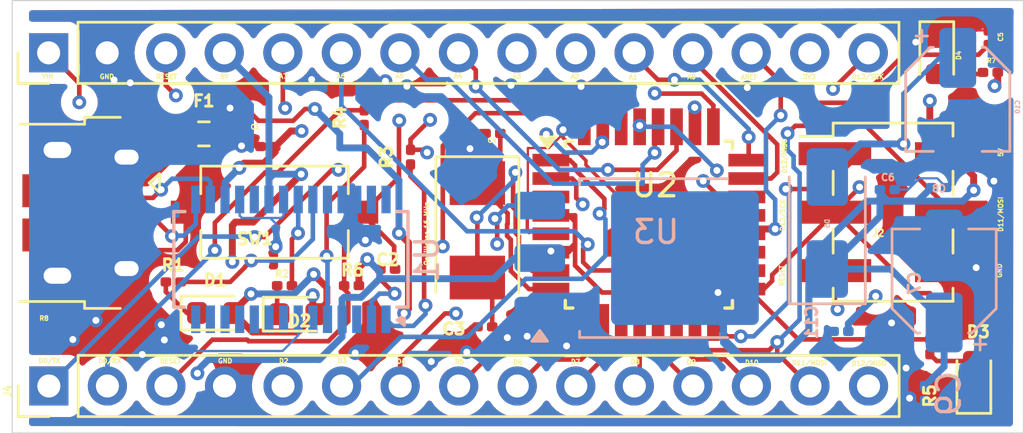
<source format=kicad_pcb>
(kicad_pcb (version 20240108) (generator "pcbnew") (generator_version "8.0")
  (layers (0 "F.Cu" signal) (1 "In1.Cu" signal) (2 "In2.Cu" signal) (31 "B.Cu" signal) (34 "B.Paste" user) (35 "F.Paste" user) (36 "B.SilkS" user "B.Silkscreen") (37 "F.SilkS" user "F.Silkscreen") (38 "B.Mask" user) (39 "F.Mask" user) (44 "Edge.Cuts" user))
  (net 0 "")
  (net 1 "3V3")
  (net 2 "GND")
  (net 3 "RESET")
  (net 4 "Net-(U1-DTR)")
  (net 5 "Net-(U2-XTAL1{slash}PB6)")
  (net 6 "Net-(U2-XTAL2{slash}PB7)")
  (net 7 "/AREF")
  (net 8 "5V")
  (net 9 "VUSB")
  (net 10 "Net-(D1-K)")
  (net 11 "Net-(D2-K)")
  (net 12 "Net-(D3-A)")
  (net 13 "Net-(D4-A)")
  (net 14 "Net-(J1-VBUS)")
  (net 15 "Net-(J1-D+)")
  (net 17 "Net-(J1-D-)")
  (net 18 "/D11{slash}MOSI")
  (net 19 "/D12{slash}MISO")
  (net 20 "/D13{slash}SCK")
  (net 21 "/A6")
  (net 22 "/A4")
  (net 23 "/A2")
  (net 24 "/A7")
  (net 25 "/A5")
  (net 26 "/A3")
  (net 27 "/A1")
  (net 28 "/A0")
  (net 29 "VIN")
  (net 30 "/D0{slash}RX")
  (net 31 "/D5")
  (net 32 "/D1{slash}TX")
  (net 33 "/D8")
  (net 34 "/D2")
  (net 35 "/D10")
  (net 36 "/D7")
  (net 37 "/D9")
  (net 38 "/D4")
  (net 39 "/D3")
  (net 40 "/D6")
  (net 41 "/RX LED ")
  (net 42 "/TX LED ")
  (net 46 "RX")
  (net 50 "TX")
  (footprint "Connector_USB:USB_Micro-B_Amphenol_10103594-0001LF_Horizontal" (layer "F.Cu") (at 188.695 78.165 -90)
    (property "Reference" "J1" (hide yes))
    (property "Value" "USB_B_Micro" (hide yes))
  )
  (footprint "LED_SMD:LED_0603_1608Metric" (layer "F.Cu") (at 197.9925 82.54)
    (property "Reference" "D2")
    (property "Value" "LED" (hide yes))
  )
  (footprint "Resistor_SMD:R_0201_0603Metric" (layer "F.Cu") (at 225.43 83.955 90)
    (property "Reference" "R5")
    (property "Value" "1k" (hide yes))
  )
  (footprint "Resistor_SMD:R_0201_0603Metric" (layer "F.Cu") (at 197.435 81.3)
    (property "Reference" "R2")
    (property "Value" "1k" (hide yes))
  )
  (footprint "Resistor_SMD:R_0201_0603Metric" (layer "F.Cu") (at 202.9 75.72 90)
    (property "Reference" "R3")
    (property "Value" "1k" (hide yes))
  )
  (footprint "Connector_PinHeader_2.54mm:PinHeader_1x15_P2.54mm_Vertical" (layer "F.Cu") (at 187.2 71.19 90)
    (property "Reference" "J3" (hide yes))
    (property "Value" "Conn_01x15_Pin" (hide yes))
  )
  (footprint "Resistor_SMD:R_0603_1608Metric" (layer "F.Cu") (at 193.935 74.71)
    (property "Reference" "F1")
    (property "Value" "Fuse" (hide yes))
  )
  (footprint "Capacitor_SMD:C_0201_0603Metric" (layer "F.Cu") (at 196.71 75.26)
    (property "Reference" "C1")
    (property "Value" "100nf" (hide yes))
  )
  (footprint "Crystal:Crystal_SMD_Abracon_ABM3-2Pin_5.0x3.2mm" (layer "F.Cu") (at 205.8 78.9 -90)
    (property "Reference" "Oscillator 16 MHz")
    (property "Value" "Crystal" (hide yes))
  )
  (footprint "Resistor_SMD:R_0201_0603Metric" (layer "F.Cu") (at 186.975 83.25)
    (property "Reference" "R8")
    (property "Value" "1k" (hide yes))
  )
  (footprint "LED_SMD:LED_0603_1608Metric" (layer "F.Cu") (at 194.43 82.49)
    (property "Reference" "D1")
    (property "Value" "LED" (hide yes))
  )
  (footprint "Connector_PinHeader_2.54mm:PinHeader_1x15_P2.54mm_Vertical" (layer "F.Cu") (at 187.21 85.66 90)
    (property "Reference" "J4")
    (property "Value" "Conn_01x15_Pin" (hide yes))
  )
  (footprint "Package_QFP:TQFP-32_7x7mm_P0.8mm" (layer "F.Cu") (at 213.24 78.65)
    (property "Reference" "U2")
    (property "Value" "ATmega328P-A" (hide yes))
  )
  (footprint "Capacitor_SMD:C_0201_0603Metric" (layer "F.Cu") (at 206.475 74.69 180)
    (property "Reference" "C4")
    (property "Value" "22pf" (hide yes))
  )
  (footprint "Capacitor_SMD:C_0201_0603Metric" (layer "F.Cu") (at 206.125 83.09 180)
    (property "Reference" "C3")
    (property "Value" "22pf" (hide yes))
  )
  (footprint "Resistor_SMD:R_0201_0603Metric" (layer "F.Cu") (at 192.605 81.14)
    (property "Reference" "R1")
    (property "Value" "1k" (hide yes))
  )
  (footprint "LED_SMD:LED_0603_1608Metric" (layer "F.Cu") (at 227.34 85.3625 90)
    (property "Reference" "D3")
    (property "Value" "LED" (hide yes))
  )
  (footprint "Resistor_SMD:R_0201_0603Metric" (layer "F.Cu") (at 200.89 74.005 90)
    (property "Reference" "R4")
    (property "Value" "1k" (hide yes))
  )
  (footprint "Capacitor_SMD:C_0201_0603Metric" (layer "F.Cu") (at 227.96 70.535 -90)
    (property "Reference" "C5")
    (property "Value" "100nf" (hide yes))
  )
  (footprint "Resistor_SMD:R_0201_0603Metric" (layer "F.Cu") (at 200.34 81.3 180)
    (property "Reference" "R6")
    (property "Value" "10k" (hide yes))
  )
  (footprint "Resistor_SMD:R_0201_0603Metric" (layer "F.Cu") (at 228.055 72.04)
    (property "Reference" "R7")
    (property "Value" "1k" (hide yes))
  )
  (footprint "Button_Switch_SMD:SW_Tactile_SPST_NO_Straight_CK_PTS636Sx25SMTRLFS" (layer "F.Cu") (at 197 78.11)
    (property "Reference" "SW1")
    (property "Value" "SW_Push" (hide yes))
  )
  (footprint "Capacitor_SMD:C_0201_0603Metric" (layer "F.Cu") (at 201.91 80.59)
    (property "Reference" "C2")
    (property "Value" "100nf" (hide yes))
  )
  (footprint "LED_SMD:LED_0603_1608Metric" (layer "F.Cu") (at 225.73 71.3225 -90)
    (property "Reference" "D4")
    (property "Value" "LED" (hide yes))
  )
  (footprint "Connector_PinHeader_2.54mm:PinHeader_2x03_P2.54mm_Vertical_SMD" (layer "F.Cu") (at 223.835 78.11)
    (property "Reference" "J2")
    (property "Value" "AVR-ISP-6" (hide yes))
  )
  (footprint "Package_TO_SOT_SMD:TO-252-3_TabPin2" (layer "B.Cu") (at 213.545 80.105)
    (property "Reference" "U3")
    (property "Value" "LM1117DT-5.0" (hide yes))
  )
  (footprint "Capacitor_SMD:C_0201_0603Metric" (layer "B.Cu") (at 225.2 85.985 90)
    (property "Reference" "C9")
    (property "Value" "1uf" (hide yes))
  )
  (footprint "Capacitor_SMD:CP_Elec_4x5.8" (layer "B.Cu") (at 226.64 73.21 -90)
    (property "Reference" "C10")
    (property "Value" "4.7uf" (hide yes))
  )
  (footprint "Capacitor_SMD:C_0201_0603Metric" (layer "B.Cu") (at 225.815 77.04 180)
    (property "Reference" "C8")
    (property "Value" "1uf" (hide yes))
  )
  (footprint "Package_SO:SSOP-28_3.9x9.9mm_P0.635mm" (layer "B.Cu") (at 197.71 80.16 90)
    (property "Reference" "U1")
    (property "Value" "FT232RL" (hide yes))
  )
  (footprint "Capacitor_SMD:C_0201_0603Metric" (layer "B.Cu") (at 223.585 77.13 180)
    (property "Reference" "C6")
    (property "Value" "1uf" (hide yes))
  )
  (footprint "Capacitor_SMD:CP_Elec_4x5.8" (layer "B.Cu") (at 226.05 81.1 90)
    (property "Reference" "C7")
    (property "Value" "4.7uf" (hide yes))
  )
  (footprint "Diode_SMD:D_SMA" (layer "B.Cu") (at 220.98 78.58 90)
    (property "Reference" "D5")
    (property "Value" "SS13" (hide yes))
  )
  (footprint "Capacitor_SMD:C_0201_0603Metric" (layer "B.Cu") (at 221.575 83.29 180)
    (property "Reference" "C11")
    (property "Value" "100nf" (hide yes))
  )
  (gr_line (start 185.95 87.69) (end 229.03 87.69) (stroke (width 0.05)) (layer "Edge.Cuts"))
  (gr_line (start 185.93 68.92) (end 185.62 68.92) (stroke (width 0.05)) (layer "Edge.Cuts"))
  (gr_line (start 185.93 68.92) (end 228.44 68.92) (stroke (width 0.05)) (layer "Edge.Cuts"))
  (gr_line (start 229.49 68.92) (end 229.49 69.57) (stroke (width 0.05)) (layer "Edge.Cuts"))
  (gr_line (start 229.03 87.69) (end 229.49 87.69) (stroke (width 0.05)) (layer "Edge.Cuts"))
  (gr_line (start 185.62 87.58) (end 185.62 87.69) (stroke (width 0.05)) (layer "Edge.Cuts"))
  (gr_line (start 185.95 87.69) (end 185.62 87.69) (stroke (width 0.05)) (layer "Edge.Cuts"))
  (gr_line (start 185.62 73.43) (end 185.62 68.92) (stroke (width 0.05)) (layer "Edge.Cuts"))
  (gr_line (start 185.62 73.43) (end 185.62 87.58) (stroke (width 0.05)) (layer "Edge.Cuts"))
  (gr_line (start 229.49 69.57) (end 229.49 87.35) (stroke (width 0.05)) (layer "Edge.Cuts"))
  (gr_line (start 228.44 68.92) (end 229.49 68.92) (stroke (width 0.05)) (layer "Edge.Cuts"))
  (gr_line (start 229.49 87.69) (end 229.49 87.35) (stroke (width 0.05)) (layer "Edge.Cuts"))
  (gr_text "D7\n" (at 209.83 84.73 0) (layer "F.SilkS") (effects (font (size 0.2 0.2) (thickness 0.05) (bold yes)) (justify left bottom)))
  (gr_text "GND" (at 189.39 72.34 0) (layer "F.SilkS") (effects (font (size 0.2 0.2) (thickness 0.05) (bold yes)) (justify left bottom)))
  (gr_text "D8\n" (at 212.42 84.73 0) (layer "F.SilkS") (effects (font (size 0.2 0.2) (thickness 0.05) (bold yes)) (justify left bottom)))
  (gr_text "D13/SCK" (at 219.16 78.96 90) (layer "F.SilkS") (effects (font (size 0.2 0.2) (thickness 0.05) (bold yes)) (justify left bottom)))
  (gr_text "D12/MISO" (at 222.01 84.79 0) (layer "F.SilkS") (effects (font (size 0.2 0.2) (thickness 0.05) (bold yes)) (justify left bottom)))
  (gr_text "D0/RX" (at 189.32 84.69 0) (layer "F.SilkS") (effects (font (size 0.2 0.2) (thickness 0.05) (bold yes)) (justify left bottom)))
  (gr_text "D12/MISO" (at 219.24 76.46 90) (layer "F.SilkS") (effects (font (size 0.2 0.2) (thickness 0.05) (bold yes)) (justify left bottom)))
  (gr_text "D4" (at 202.27 84.71 0) (layer "F.SilkS") (effects (font (size 0.2 0.2) (thickness 0.05) (bold yes)) (justify left bottom)))
  (gr_text "D0/TX" (at 186.73 84.68 0) (layer "F.SilkS") (effects (font (size 0.2 0.2) (thickness 0.05) (bold yes)) (justify left bottom)))
  (gr_text "RESET" (at 192 84.7 0) (layer "F.SilkS") (effects (font (size 0.2 0.2) (thickness 0.05) (bold yes)) (justify left bottom)))
  (gr_text "GND" (at 194.52 84.69 0) (layer "F.SilkS") (effects (font (size 0.2 0.2) (thickness 0.05) (bold yes)) (justify left bottom)))
  (gr_text "D11/MOSI" (at 228.62 78.99 90) (layer "F.SilkS") (effects (font (size 0.2 0.2) (thickness 0.05) (bold yes)) (justify left bottom)))
  (gr_text "A7\n\n" (at 197.17 72.65 0) (layer "F.SilkS") (effects (font (size 0.2 0.2) (thickness 0.05) (bold yes)) (justify left bottom)))
  (gr_text "D3" (at 199.71 84.68 0) (layer "F.SilkS") (effects (font (size 0.2 0.2) (thickness 0.05) (bold yes)) (justify left bottom)))
  (gr_text "A0\n" (at 214.88 72.35 0) (layer "F.SilkS") (effects (font (size 0.2 0.2) (thickness 0.05) (bold yes)) (justify left bottom)))
  (gr_text "VIN" (at 186.89 72.32 0) (layer "F.SilkS") (effects (font (size 0.2 0.2) (thickness 0.05) (bold yes)) (justify left bottom)))
  (gr_text "D5" (at 204.8 84.72 0) (layer "F.SilkS") (effects (font (size 0.2 0.2) (thickness 0.05) (bold yes)) (justify left bottom)))
  (gr_text "RESET" (at 219.13 81.35 90) (layer "F.SilkS") (effects (font (size 0.2 0.2) (thickness 0.05) (bold yes)) (justify left bottom)))
  (gr_text "5V\n" (at 228.62 75.73 90) (layer "F.SilkS") (effects (font (size 0.2 0.2) (thickness 0.05) (bold yes)) (justify left bottom)))
  (gr_text "A5\n\n" (at 202.22 72.63 0) (layer "F.SilkS") (effects (font (size 0.2 0.2) (thickness 0.05) (bold yes)) (justify left bottom)))
  (gr_text "A6\n" (at 199.67 72.32 0) (layer "F.SilkS") (effects (font (size 0.2 0.2) (thickness 0.05) (bold yes)) (justify left bottom)))
  (gr_text "A4\n" (at 204.75 72.32 0) (layer "F.SilkS") (effects (font (size 0.2 0.2) (thickness 0.05) (bold yes)) (justify left bottom)))
  (gr_text "A2\n" (at 209.82 72.33 0) (layer "F.SilkS") (effects (font (size 0.2 0.2) (thickness 0.05) (bold yes)) (justify left bottom)))
  (gr_text "D13/SCK" (at 222.02 72.34 0) (layer "F.SilkS") (effects (font (size 0.2 0.2) (thickness 0.05) (bold yes)) (justify left bottom)))
  (gr_text "5V\n" (at 194.61 72.35 0) (layer "F.SilkS") (effects (font (size 0.2 0.2) (thickness 0.05) (bold yes)) (justify left bottom)))
  (gr_text "3V3 \n" (at 219.89 72.35 0) (layer "F.SilkS") (effects (font (size 0.2 0.2) (thickness 0.05) (bold yes)) (justify left bottom)))
  (gr_text "A1\n" (at 212.34 72.36 0) (layer "F.SilkS") (effects (font (size 0.2 0.2) (thickness 0.05) (bold yes)) (justify left bottom)))
  (gr_text "D11/MOSI" (at 219.42 84.77 0) (layer "F.SilkS") (effects (font (size 0.2 0.2) (thickness 0.05) (bold yes)) (justify left bottom)))
  (gr_text "D6\n" (at 207.33 84.74 0) (layer "F.SilkS") (effects (font (size 0.2 0.2) (thickness 0.05) (bold yes)) (justify left bottom)))
  (gr_text "A3\n" (at 207.3 72.32 0) (layer "F.SilkS") (effects (font (size 0.2 0.2) (thickness 0.05) (bold yes)) (justify left bottom)))
  (gr_text "GND" (at 228.57 80.99 90) (layer "F.SilkS") (effects (font (size 0.2 0.2) (thickness 0.05) (bold yes)) (justify left bottom)))
  (gr_text "D10\n" (at 217.38 84.76 0) (layer "F.SilkS") (effects (font (size 0.2 0.2) (thickness 0.05) (bold yes)) (justify left bottom)))
  (gr_text "D2" (at 197.17 84.69 0) (layer "F.SilkS") (effects (font (size 0.2 0.2) (thickness 0.05) (bold yes)) (justify left bottom)))
  (gr_text "AREF\n" (at 217.2 72.37 0) (layer "F.SilkS") (effects (font (size 0.2 0.2) (thickness 0.05) (bold yes)) (justify left bottom)))
  (gr_text "D9\n" (at 214.85 84.74 0) (layer "F.SilkS") (effects (font (size 0.2 0.2) (thickness 0.05) (bold yes)) (justify left bottom)))
  (gr_text "RESET" (at 191.83 72.34 0) (layer "F.SilkS") (effects (font (size 0.2 0.2) (thickness 0.05) (bold yes)) (justify left bottom)))
  (segment (start 195.474644 76.185355) (end 195.679999 75.98) (width 0.3) (layer "F.Cu") (net 1))
  (segment (start 196.539168 75.98) (end 197.03 75.489168) (width 0.3) (layer "F.Cu") (net 1))
  (segment (start 195.679999 75.98) (end 196.539168 75.98) (width 0.3) (layer "F.Cu") (net 1))
  (segment (start 198.175355 74.585356) (end 197.704644 74.585356) (width 0.3) (layer "F.Cu") (net 1))
  (segment (start 197.03 75.489168) (end 197.03 75.26) (width 0.3) (layer "F.Cu") (net 1))
  (segment (start 197.704644 74.585356) (end 197.03 75.26) (width 0.3) (layer "F.Cu") (net 1))
  (via (at 195.474644 76.185355) (size 0.6) (drill 0.3) (layers "F.Cu" "B.Cu") (net 1))
  (via (at 198.175355 74.585356) (size 0.6) (drill 0.3) (layers "F.Cu" "B.Cu") (net 1))
  (segment (start 194.8525 76.807499) (end 194.8525 77.56) (width 0.3) (layer "B.Cu") (net 1))
  (segment (start 195.474644 76.185355) (end 194.8525 76.807499) (width 0.3) (layer "B.Cu") (net 1))
  (segment (start 208.04 79) (end 207.965 78.925) (width 0.15) (layer "F.Cu") (net 2))
  (segment (start 187.31 75.68) (end 187.58 75.41) (width 0.3) (layer "F.Cu") (net 2))
  (segment (start 208.99 79.05) (end 208.94 79) (width 0.1) (layer "F.Cu") (net 2))
  (segment (start 193.15 79.398529) (end 192.788529 79.76) (width 0.2) (layer "F.Cu") (net 2))
  (segment (start 226.05 70.215) (end 225.73 70.535) (width 0.1) (layer "F.Cu") (net 2))
  (segment (start 206.14 74.69) (end 206.155 74.69) (width 0.1) (layer "F.Cu") (net 2))
  (segment (start 187.58 80.87) (end 187.58 79.37) (width 0.3) (layer "F.Cu") (net 2))
  (segment (start 190.27 75.41) (end 190.58 75.72) (width 0.3) (layer "F.Cu") (net 2))
  (segment (start 227.96 70.215) (end 226.05 70.215) (width 0.1) (layer "F.Cu") (net 2))
  (segment (start 211.242537 76.795) (end 211.285 76.795) (width 0.15) (layer "F.Cu") (net 2))
  (segment (start 195.568544 75.23364) (end 195.594904 75.26) (width 0.1) (layer "F.Cu") (net 2))
  (segment (start 187.31 79.1) (end 187.31 77.18) (width 0.3) (layer "F.Cu") (net 2))
  (segment (start 193.125 78.11) (end 193.15 78.135) (width 0.2) (layer "F.Cu") (net 2))
  (segment (start 208.94 77.4) (end 208.99 77.45) (width 0.15) (layer "F.Cu") (net 2))
  (segment (start 216.465 78.5) (end 217.24 78.5) (width 0.15) (layer "F.Cu") (net 2))
  (segment (start 209.517499 74.531003) (end 209.517499 74.877499) (width 0.15) (layer "F.Cu") (net 2))
  (segment (start 210.51 76.062463) (end 211.242537 76.795) (width 0.15) (layer "F.Cu") (net 2))
  (segment (start 207.965 77.605) (end 208.12 77.45) (width 0.15) (layer "F.Cu") (net 2))
  (segment (start 208.15 77.4) (end 208.94 77.4) (width 0.15) (layer "F.Cu") (net 2))
  (segment (start 207.99 75.325) (end 208.902107 75.325) (width 0.1) (layer "F.Cu") (net 2))
  (segment (start 225.5425 70.7225) (end 225.73 70.535) (width 0.2) (layer "F.Cu") (net 2))
  (segment (start 208.04 79) (end 207.99 78.95) (width 0.1) (layer "F.Cu") (net 2))
  (segment (start 210.51 75.87) (end 210.51 76.062463) (width 0.15) (layer "F.Cu") (net 2))
  (segment (start 208.12 77.45) (end 208.99 77.45) (width 0.15) (layer "F.Cu") (net 2))
  (segment (start 188.51 75.41) (end 190.27 75.41) (width 0.3) (layer "F.Cu") (net 2))
  (segment (start 192.788529 79.76) (end 190.78 79.76) (width 0.2) (layer "F.Cu") (net 2))
  (segment (start 213.54 79.05) (end 215.915 79.05) (width 0.15) (layer "F.Cu") (net 2))
  (segment (start 193.15 78.135) (end 193.15 79.398529) (width 0.2) (layer "F.Cu") (net 2))
  (segment (start 208.902107 75.325) (end 209.517499 74.709608) (width 0.1) (layer "F.Cu") (net 2))
  (segment (start 205.48 75.35) (end 206.14 74.69) (width 0.1) (layer "F.Cu") (net 2))
  (segment (start 217.24 78.5) (end 217.49 78.25) (width 0.15) (layer "F.Cu") (net 2))
  (segment (start 209.517499 74.877499) (end 210.51 75.87) (width 0.15) (layer "F.Cu") (net 2))
  (segment (start 187.31 77.18) (end 187.31 75.68) (width 0.3) (layer "F.Cu") (net 2))
  (segment (start 215.915 79.05) (end 216.465 78.5) (width 0.15) (layer "F.Cu") (net 2))
  (segment (start 211.285 76.795) (end 213.54 79.05) (width 0.15) (layer "F.Cu") (net 2))
  (segment (start 209.517499 74.709608) (end 209.517499 74.531003) (width 0.1) (layer "F.Cu") (net 2))
  (segment (start 190.46 79.44) (end 190.46 80.44) (width 0.2) (layer "F.Cu") (net 2))
  (segment (start 224.82 70.7225) (end 225.5425 70.7225) (width 0.2) (layer "F.Cu") (net 2))
  (segment (start 195.594904 75.26) (end 196.39 75.26) (width 0.1) (layer "F.Cu") (net 2))
  (segment (start 207.99 78.95) (end 207.99 75.325) (width 0.1) (layer "F.Cu") (net 2))
  (segment (start 190.78 79.76) (end 190.46 79.44) (width 0.2) (layer "F.Cu") (net 2))
  (segment (start 208.94 79) (end 208.04 79) (width 0.1) (layer "F.Cu") (net 2))
  (segment (start 187.89 80.56) (end 187.58 80.87) (width 0.3) (layer "F.Cu") (net 2))
  (segment (start 190.46 80.44) (end 190.58 80.56) (width 0.2) (layer "F.Cu") (net 2))
  (segment (start 190.58 80.56) (end 187.89 80.56) (width 0.3) (layer "F.Cu") (net 2))
  (segment (start 187.58 79.37) (end 187.31 79.1) (width 0.3) (layer "F.Cu") (net 2))
  (segment (start 207.965 78.925) (end 207.965 77.605) (width 0.15) (layer "F.Cu") (net 2))
  (via (at 200.94 79.33) (size 0.6) (drill 0.3) (layers "F.Cu" "B.Cu") (net 2))
  (via (at 227.44 80.52) (size 0.6) (drill 0.3) (layers "F.Cu" "B.Cu") (net 2))
  (via (at 192.09 83) (size 0.6) (drill 0.3) (layers "F.Cu" "B.Cu") (net 2))
  (via (at 195.568544 75.23364) (size 0.6) (drill 0.3) (layers "F.Cu" "B.Cu") (net 2))
  (via (at 209.67 83.92) (size 0.6) (drill 0.3) (layers "F.Cu" "B.Cu") (net 2))
  (via (at 223.77 82.92) (size 0.6) (drill 0.3) (layers "F.Cu" "B.Cu") (net 2))
  (via (at 228.21 76.76) (size 0.6) (drill 0.3) (layers "F.Cu" "B.Cu") (net 2))
  (via (at 224.4 84.88) (size 0.6) (drill 0.3) (layers "F.Cu" "B.Cu") (net 2))
  (via (at 201.81 72.42) (size 0.6) (drill 0.3) (layers "F.Cu" "B.Cu") (net 2))
  (via (at 190.74 72.49) (size 0.6) (drill 0.3) (layers "F.Cu" "B.Cu") (net 2))
  (via (at 189.25 82.81) (size 0.6) (drill 0.3) (layers "F.Cu" "B.Cu") (net 2))
  (via (at 207.26 72.6) (size 0.6) (drill 0.3) (layers "F.Cu" "B.Cu") (net 2))
  (via (at 192.22 83.66) (size 0.6) (drill 0.3) (layers "F.Cu" "B.Cu") (net 2))
  (via (at 202.74 72.64) (size 0.6) (drill 0.3) (layers "F.Cu" "B.Cu") (net 2))
  (via (at 191.26 84.29) (size 0.6) (drill 0.3) (layers "F.Cu" "B.Cu") (net 2))
  (via (at 224.55 86.19) (size 0.6) (drill 0.3) (layers "F.Cu" "B.Cu") (net 2))
  (via (at 210.3 72.65) (size 0.6) (drill 0.3) (layers "F.Cu" "B.Cu") (net 2))
  (via (at 190.04 72.37) (size 0.6) (drill 0.3) (layers "F.Cu" "B.Cu") (net 2))
  (via (at 197.05 79.61) (size 0.6) (drill 0.3) (layers "F.Cu" "B.Cu") (net 2))
  (via (at 207.1 83.56) (size 0.6) (drill 0.3) (layers "F.Cu" "B.Cu") (net 2))
  (via (at 224.82 70.7225) (size 0.6) (drill 0.3) (layers "F.Cu" "B.Cu") (net 2))
  (via (at 195.07 73.59) (size 0.6) (drill 0.3) (layers "F.Cu" "B.Cu") (net 2))
  (via (at 188.25 83.64) (size 0.6) (drill 0.3) (layers "F.Cu" "B.Cu") (net 2))
  (via (at 200.498756 84.228843) (size 0.6) (drill 0.3) (layers "F.Cu" "B.Cu") (net 2))
  (via (at 207.96 83.5) (size 0.6) (drill 0.3) (layers "F.Cu" "B.Cu") (net 2))
  (via (at 205.34 84.19) (size 0.6) (drill 0.3) (layers "F.Cu" "B.Cu") (net 2))
  (via (at 209.517499 74.531003) (size 0.6) (drill 0.3) (layers "F.Cu" "B.Cu") (net 2))
  (via (at 217.51 72.7) (size 0.6) (drill 0.3) (layers "F.Cu" "B.Cu") (net 2))
  (via (at 198.61 72.35) (size 0.6) (drill 0.3) (layers "F.Cu" "B.Cu") (net 2))
  (via (at 205.48 75.35) (size 0.6) (drill 0.3) (layers "F.Cu" "B.Cu") (net 2))
  (via (at 203.8 84.6) (size 0.6) (drill 0.3) (layers "F.Cu" "B.Cu") (net 2))
  (segment (start 198.0275 82.76) (end 198.0275 83.46) (width 0.1) (layer "B.Cu") (net 2))
  (segment (start 197.05 79.61) (end 197.05 78.6) (width 0.1) (layer "B.Cu") (net 2))
  (segment (start 197.05 78.6) (end 196.81 78.36) (width 0.1) (layer "B.Cu") (net 2))
  (segment (start 195.568544 75.23364) (end 195.07 74.735096) (width 0.1) (layer "B.Cu") (net 2))
  (segment (start 196.81 78.36) (end 195.5875 78.36) (width 0.1) (layer "B.Cu") (net 2))
  (segment (start 227.27 80.52) (end 226.05 79.3) (width 0.2) (layer "B.Cu") (net 2))
  (segment (start 198.0275 83.46) (end 197.3475 84.14) (width 0.1) (layer "B.Cu") (net 2))
  (segment (start 228.21 76.58) (end 226.64 75.01) (width 0.2) (layer "B.Cu") (net 2))
  (segment (start 197.3925 78.26) (end 197.2925 78.36) (width 0.1) (layer "B.Cu") (net 2))
  (segment (start 225.752036 76.64) (end 224.98 76.64) (width 0.1) (layer "B.Cu") (net 2))
  (segment (start 197.3925 77.56) (end 197.3925 78.26) (width 0.1) (layer "B.Cu") (net 2))
  (segment (start 192.7 84.14) (end 192.22 83.66) (width 0.1) (layer "B.Cu") (net 2))
  (segment (start 197.2925 78.36) (end 196.81 78.36) (width 0.1) (layer "B.Cu") (net 2))
  (segment (start 228.21 76.76) (end 228.21 76.58) (width 0.2) (layer "B.Cu") (net 2))
  (segment (start 226.135 77.04) (end 226.135 77.022964) (width 0.1) (layer "B.Cu") (net 2))
  (segment (start 200.5675 78.9575) (end 200.5675 77.56) (width 0.1) (layer "B.Cu") (net 2))
  (segment (start 200.94 79.33) (end 200.5675 78.9575) (width 0.1) (layer "B.Cu") (net 2))
  (segment (start 227.44 80.52) (end 227.27 80.52) (width 0.2) (layer "B.Cu") (net 2))
  (segment (start 195.5875 78.36) (end 195.4875 78.26) (width 0.1) (layer "B.Cu") (net 2))
  (segment (start 226.135 77.022964) (end 225.752036 76.64) (width 0.1) (layer "B.Cu") (net 2))
  (segment (start 197.3475 84.14) (end 192.7 84.14) (width 0.1) (layer "B.Cu") (net 2))
  (segment (start 195.07 74.735096) (end 195.07 73.59) (width 0.1) (layer "B.Cu") (net 2))
  (segment (start 195.4875 78.26) (end 195.4875 77.56) (width 0.1) (layer "B.Cu") (net 2))
  (segment (start 224.98 76.64) (end 224.49 77.13) (width 0.1) (layer "B.Cu") (net 2))
  (segment (start 200.5675 77.56) (end 199.9325 77.56) (width 0.1) (layer "B.Cu") (net 2))
  (segment (start 224.49 77.13) (end 223.905 77.13) (width 0.1) (layer "B.Cu") (net 2))
  (segment (start 221.31 82.216761) (end 221.423239 82.33) (width 0.2) (layer "F.Cu") (net 3))
  (segment (start 194.3 83.65) (end 195.811814 83.65) (width 0.2) (layer "F.Cu") (net 3))
  (segment (start 192.29 85.66) (end 194.3 83.65) (width 0.2) (layer "F.Cu") (net 3))
  (segment (start 202.4 74.14) (end 202.4 76.585) (width 0.2) (layer "F.Cu") (net 3))
  (segment (start 221.31 80.65) (end 221.31 82.216761) (width 0.2) (layer "F.Cu") (net 3))
  (segment (start 200.875 78.275) (end 202.19 79.59) (width 0.2) (layer "F.Cu") (net 3))
  (segment (start 202.19 79.59) (end 202.19 80.55) (width 0.2) (layer "F.Cu") (net 3))
  (segment (start 200.2 82.85) (end 200.2 81.638456) (width 0.2) (layer "F.Cu") (net 3))
  (segment (start 192.72 73.04) (end 192.28 72.6) (width 0.2) (layer "F.Cu") (net 3))
  (segment (start 200.2 81.638456) (end 200.02 81.458456) (width 0.2) (layer "F.Cu") (net 3))
  (segment (start 202.41 74.13) (end 202.4 74.14) (width 0.2) (layer "F.Cu") (net 3))
  (segment (start 200.875 78.11) (end 200.875 78.275) (width 0.2) (layer "F.Cu") (net 3))
  (segment (start 195.876814 83.715) (end 199.335 83.715) (width 0.2) (layer "F.Cu") (net 3))
  (segment (start 200.02 81.458456) (end 200.02 81.3) (width 0.2) (layer "F.Cu") (net 3))
  (segment (start 192.28 72.6) (end 192.28 71.19) (width 0.2) (layer "F.Cu") (net 3))
  (segment (start 200.02 78.965) (end 200.02 81.3) (width 0.2) (layer "F.Cu") (net 3))
  (segment (start 195.811814 83.65) (end 195.876814 83.715) (width 0.2) (layer "F.Cu") (net 3))
  (segment (start 200.875 78.11) (end 200.02 78.965) (width 0.2) (layer "F.Cu") (net 3))
  (segment (start 202.4 76.585) (end 200.875 78.11) (width 0.2) (layer "F.Cu") (net 3))
  (segment (start 199.335 83.715) (end 200.2 82.85) (width 0.2) (layer "F.Cu") (net 3))
  (segment (start 202.19 80.55) (end 202.23 80.59) (width 0.2) (layer "F.Cu") (net 3))
  (via (at 192.72 73.04) (size 0.6) (drill 0.3) (layers "F.Cu" "B.Cu") (net 3))
  (via (at 221.423239 82.33) (size 0.6) (drill 0.3) (layers "F.Cu" "B.Cu") (net 3))
  (via (at 212.84 74.35) (size 0.6) (drill 0.3) (layers "F.Cu" "B.Cu") (net 3))
  (via (at 202.41 74.13) (size 0.6) (drill 0.3) (layers "F.Cu" "B.Cu") (net 3))
  (via (at 216.190735 76.297866) (size 0.6) (drill 0.3) (layers "F.Cu" "B.Cu") (net 3))
  (segment (start 216.190735 76.297866) (end 214.292869 74.4) (width 0.2) (layer "B.Cu") (net 3))
  (segment (start 214.292869 74.4) (end 212.84 74.4) (width 0.2) (layer "B.Cu") (net 3))
  (segment (start 201.59 81.03) (end 202.21 81.65) (width 0.2) (layer "F.Cu") (net 4))
  (segment (start 201.59 80.59) (end 201.59 81.03) (width 0.2) (layer "F.Cu") (net 4))
  (via (at 202.21 81.65) (size 0.6) (drill 0.3) (layers "F.Cu" "B.Cu") (net 4))
  (segment (start 201.5475 81.65) (end 201.2025 81.995) (width 0.2) (layer "B.Cu") (net 4))
  (segment (start 201.2025 81.995) (end 201.2025 82.76) (width 0.2) (layer "B.Cu") (net 4))
  (segment (start 201.316682 82.645818) (end 201.2025 82.76) (width 0.2) (layer "B.Cu") (net 4))
  (segment (start 202.21 81.65) (end 201.5475 81.65) (width 0.2) (layer "B.Cu") (net 4))
  (segment (start 207.450002 76.38) (end 207.35 76.480002) (width 0.2) (layer "F.Cu") (net 5))
  (segment (start 205.8 78.37) (end 205.8 80.95) (width 0.2) (layer "F.Cu") (net 5))
  (segment (start 207.35 76.480002) (end 207.35 77.905025) (width 0.2) (layer "F.Cu") (net 5))
  (segment (start 206.445 83.09) (end 206.445 81.595) (width 0.2) (layer "F.Cu") (net 5))
  (segment (start 207.462183 79.01939) (end 207.6 79.157207) (width 0.2) (layer "F.Cu") (net 5))
  (segment (start 208.165 80.65) (end 208.99 80.65) (width 0.2) (layer "F.Cu") (net 5))
  (segment (start 206.445 81.595) (end 205.8 80.95) (width 0.2) (layer "F.Cu") (net 5))
  (segment (start 205.77 78.34) (end 205.8 78.37) (width 0.2) (layer "F.Cu") (net 5))
  (segment (start 207.6 79.157207) (end 207.6 80.085) (width 0.2) (layer "F.Cu") (net 5))
  (segment (start 207.35 77.905025) (end 207.462183 78.017208) (width 0.2) (layer "F.Cu") (net 5))
  (segment (start 207.462183 78.017208) (end 207.462183 79.01939) (width 0.2) (layer "F.Cu") (net 5))
  (segment (start 207.6 80.085) (end 208.165 80.65) (width 0.2) (layer "F.Cu") (net 5))
  (via (at 207.450002 76.38) (size 0.6) (drill 0.3) (layers "F.Cu" "B.Cu") (net 5))
  (via (at 205.77 78.34) (size 0.6) (drill 0.3) (layers "F.Cu" "B.Cu") (net 5))
  (segment (start 207.450002 76.38) (end 207.450002 76.659998) (width 0.2) (layer "B.Cu") (net 5))
  (segment (start 207.450002 76.659998) (end 205.77 78.34) (width 0.2) (layer "B.Cu") (net 5))
  (segment (start 207.112183 78.162183) (end 207.112183 78.617818) (width 0.2) (layer "F.Cu") (net 6))
  (segment (start 206.795 75.855) (end 206.795 74.69) (width 0.2) (layer "F.Cu") (net 6))
  (segment (start 207.112183 78.617818) (end 207.09 78.640001) (width 0.2) (layer "F.Cu") (net 6))
  (segment (start 207.09 78.640001) (end 207.09 79.142182) (width 0.2) (layer "F.Cu") (net 6))
  (segment (start 207.25 80.66) (end 208.04 81.45) (width 0.2) (layer "F.Cu") (net 6))
  (segment (start 205.8 76.85) (end 207.112183 78.162183) (width 0.2) (layer "F.Cu") (net 6))
  (segment (start 208.04 81.45) (end 208.99 81.45) (width 0.2) (layer "F.Cu") (net 6))
  (segment (start 207.25 79.302182) (end 207.25 80.66) (width 0.2) (layer "F.Cu") (net 6))
  (segment (start 205.8 76.85) (end 206.795 75.855) (width 0.2) (layer "F.Cu") (net 6))
  (segment (start 207.09 79.142182) (end 207.25 79.302182) (width 0.2) (layer "F.Cu") (net 6))
  (segment (start 217.68 71.19) (end 218.96 72.47) (width 0.2) (layer "F.Cu") (net 7))
  (segment (start 219.85 73.36) (end 217.68 71.19) (width 0.2) (layer "F.Cu") (net 7))
  (segment (start 218.72 78.84) (end 217.7 78.84) (width 0.3) (layer "F.Cu") (net 7))
  (segment (start 227.96 70.855) (end 227.5425 71.2725) (width 0.2) (layer "F.Cu") (net 7))
  (segment (start 227.5425 71.2725) (end 224.303846 71.2725) (width 0.2) (layer "F.Cu") (net 7))
  (segment (start 224.303846 71.2725) (end 222.216346 73.36) (width 0.2) (layer "F.Cu") (net 7))
  (segment (start 222.216346 73.36) (end 219.85 73.36) (width 0.2) (layer "F.Cu") (net 7))
  (segment (start 217.7 78.84) (end 217.49 79.05) (width 0.3) (layer "F.Cu") (net 7))
  (segment (start 218.96 72.47) (end 218.96 73.91) (width 0.2) (layer "F.Cu") (net 7))
  (via (at 218.72 78.84) (size 0.6) (drill 0.3) (layers "F.Cu" "B.Cu") (net 7))
  (via (at 218.96 73.91) (size 0.6) (drill 0.3) (layers "F.Cu" "B.Cu") (net 7))
  (segment (start 218.32 77.164542) (end 218.72 77.564542) (width 0.2) (layer "B.Cu") (net 7))
  (segment (start 218.72 77.564542) (end 218.72 78.84) (width 0.2) (layer "B.Cu") (net 7))
  (segment (start 218.96 73.91) (end 218.32 74.55) (width 0.2) (layer "B.Cu") (net 7))
  (segment (start 218.32 74.55) (end 218.32 77.164542) (width 0.2) (layer "B.Cu") (net 7))
  (segment (start 195.3 78.54) (end 196.078529 78.54) (width 0.3) (layer "F.Cu") (net 8))
  (segment (start 210.04 79.57) (end 209.76 79.85) (width 0.2) (layer "F.Cu") (net 8))
  (segment (start 195.23 78.61) (end 195.3 78.54) (width 0.3) (layer "F.Cu") (net 8))
  (segment (start 200.66 80.517525) (end 200.66 81.3) (width 0.3) (layer "F.Cu") (net 8))
  (segment (start 195.17 80.27) (end 195.17 78.69) (width 0.3) (layer "F.Cu") (net 8))
  (segment (start 210.04 78.525) (end 210.04 79.57) (width 0.2) (layer "F.Cu") (net 8))
  (segment (start 209.66 79.85) (end 208.99 79.85) (width 0.2) (layer "F.Cu") (net 8))
  (segment (start 198.6975 80.81) (end 199.27 81.3825) (width 0.3) (layer "F.Cu") (net 8))
  (segment (start 216.44 80.65) (end 216.239998 80.850002) (width 0.2) (layer "F.Cu") (net 8))
  (segment (start 201.023115 80.15441) (end 200.66 80.517525) (width 0.3) (layer "F.Cu") (net 8))
  (segment (start 225.427791 73.267452) (end 225.427791 74.637791) (width 0.3) (layer "F.Cu") (net 8))
  (segment (start 227.33 76.54) (end 226.36 75.57) (width 0.3) (layer "F.Cu") (net 8))
  (segment (start 195.2175 82.422498) (end 195.98 81.659998) (width 0.3) (layer "F.Cu") (net 8))
  (segment (start 208.99 78.25) (end 210.04 78.25) (width 0.2) (layer "F.Cu") (net 8))
  (segment (start 217.49 80.65) (end 216.44 80.65) (width 0.2) (layer "F.Cu") (net 8))
  (segment (start 210.04 79.47) (end 209.66 79.85) (width 0.2) (layer "F.Cu") (net 8))
  (segment (start 228.375 72.495) (end 228.24 72.63) (width 0.3) (layer "F.Cu") (net 8))
  (segment (start 209.765 78.25) (end 210.04 78.525) (width 0.2) (layer "F.Cu") (net 8))
  (segment (start 210.04 78.25) (end 210.04 79.47) (width 0.2) (layer "F.Cu") (net 8))
  (segment (start 195.23 78.63) (end 195.23 78.61) (width 0.3) (layer "F.Cu") (net 8))
  (segment (start 198.66 81.709998) (end 198.66 82.42) (width 0.3) (layer "F.Cu") (net 8))
  (segment (start 195.17 78.69) (end 195.23 78.63) (width 0.3) (layer "F.Cu") (net 8))
  (segment (start 198.78 82.54) (end 198.005 83.315) (width 0.3) (layer "F.Cu") (net 8))
  (segment (start 210.04 80.430299) (end 211.209699 81.599998) (width 0.2) (layer "F.Cu") (net 8))
  (segment (start 210.04 79.98) (end 210.04 80.430299) (width 0.2) (layer "F.Cu") (net 8))
  (segment (start 209.76 79.85) (end 208.99 79.85) (width 0.2) (layer "F.Cu") (net 8))
  (segment (start 198.005 83.315) (end 196.0425 83.315) (width 0.3) (layer "F.Cu") (net 8))
  (segment (start 199.27 81.3825) (end 199.27 82.05) (width 0.3) (layer "F.Cu") (net 8))
  (segment (start 225.427791 74.637791) (end 226.36 75.57) (width 0.3) (layer "F.Cu") (net 8))
  (segment (start 209.04 79.85) (end 208.99 79.85) (width 0.2) (layer "F.Cu") (net 8))
  (segment (start 198.66 82.42) (end 198.78 82.54) (width 0.3) (layer "F.Cu") (net 8))
  (segment (start 199.27 82.05) (end 198.78 82.54) (width 0.3) (layer "F.Cu") (net 8))
  (segment (start 196.0425 83.315) (end 195.2175 82.49) (width 0.3) (layer "F.Cu") (net 8))
  (segment (start 228.375 72.04) (end 228.375 72.495) (width 0.3) (layer "F.Cu") (net 8))
  (segment (start 227.33 77.159998) (end 227.33 76.54) (width 0.3) (layer "F.Cu") (net 8))
  (segment (start 195.2175 82.49) (end 195.2175 82.422498) (width 0.3) (layer "F.Cu") (net 8))
  (segment (start 209.17 79.98) (end 209.04 79.85) (width 0.2) (layer "F.Cu") (net 8))
  (segment (start 211.209699 81.599998) (end 216.239998 81.599998) (width 0.2) (layer "F.Cu") (net 8))
  (segment (start 196.078529 78.54) (end 198.158529 76.46) (width 0.3) (layer "F.Cu") (net 8))
  (segment (start 210.04 78.25) (end 210.04 79.98) (width 0.2) (layer "F.Cu") (net 8))
  (segment (start 208.99 78.25) (end 209.765 78.25) (width 0.2) (layer "F.Cu") (net 8))
  (segment (start 216.239998 80.850002) (end 216.239998 81.599998) (width 0.2) (layer "F.Cu") (net 8))
  (via (at 227.33 77.159998) (size 0.6) (drill 0.3) (layers "F.Cu" "B.Cu") (net 8))
  (via (at 201.023115 80.15441) (size 0.6) (drill 0.3) (layers "F.Cu" "B.Cu") (net 8))
  (via (at 198.6975 80.81) (size 0.6) (drill 0.3) (layers "F.Cu" "B.Cu") (net 8))
  (via (at 228.24 72.63) (size 0.6) (drill 0.3) (layers "F.Cu" "B.Cu") (net 8))
  (via (at 216.239998 81.599998) (size 0.6) (drill 0.3) (layers "F.Cu" "B.Cu") (net 8))
  (via (at 198.158529 76.46) (size 0.6) (drill 0.3) (layers "F.Cu" "B.Cu") (net 8))
  (via (at 195.98 81.659998) (size 0.6) (drill 0.3) (layers "F.Cu" "B.Cu") (net 8))
  (via (at 225.427791 73.267452) (size 0.6) (drill 0.3) (layers "F.Cu" "B.Cu") (net 8))
  (via (at 193.652512 85.109065) (size 0.6) (drill 0.3) (layers "F.Cu" "B.Cu") (net 8))
  (via (at 198.66 81.709998) (size 0.6) (drill 0.3) (layers "F.Cu" "B.Cu") (net 8))
  (via (at 208.99 79.8) (size 0.6) (drill 0.3) (layers "F.Cu" "B.Cu") (net 8))
  (via (at 195.17 80.27) (size 0.6) (drill 0.3) (layers "F.Cu" "B.Cu") (net 8))
  (segment (start 220.18 80.135) (end 220.18 83.228529) (width 0.3) (layer "B.Cu") (net 8))
  (segment (start 194.131471 84.51) (end 198.9475 84.51) (width 0.3) (layer "B.Cu") (net 8))
  (segment (start 206.51 81) (end 201.561104 81) (width 0.3) (layer "B.Cu") (net 8))
  (segment (start 223.265 78.295) (end 223.265 77.13) (width 0.3) (layer "B.Cu") (net 8))
  (segment (start 223.265 77.13) (end 223.265 77.288456) (width 0.2) (layer "B.Cu") (net 8))
  (segment (start 201.561104 80.691104) (end 201.561104 81) (width 0.3) (layer "B.Cu") (net 8))
  (segment (start 201.023115 80.15441) (end 201.02441 80.15441) (width 0.3) (layer "B.Cu") (net 8))
  (segment (start 216.48 81.63) (end 216.48 83.776346) (width 0.3) (layer "B.Cu") (net 8))
  (segment (start 208.735 80.105) (end 208.99 79.85) (width 0.3) (layer "B.Cu") (net 8))
  (segment (start 223.265 77.288456) (end 223.606544 77.63) (width 0.3) (layer "B.Cu") (net 8))
  (segment (start 196.7575 76.66) (end 196.9575 76.46) (width 0.3) (layer "B.Cu") (net 8))
  (segment (start 197.847502 81.659998) (end 195.98 81.659998) (width 0.3) (layer "B.Cu") (net 8))
  (segment (start 198.6975 80.81) (end 197.847502 81.659998) (width 0.3) (layer "B.Cu") (net 8))
  (segment (start 222.685 77.63) (end 220.18 80.135) (width 0.3) (layer "B.Cu") (net 8))
  (segment (start 193.652512 84.988959) (end 194.131471 84.51) (width 0.3) (layer "B.Cu") (net 8))
  (segment (start 220.18 81.38) (end 220.18 83.228529) (width 0.3) (layer "B.Cu") (net 8))
  (segment (start 218.898529 84.51) (end 220.18 83.228529) (width 0.3) (layer "B.Cu") (net 8))
  (segment (start 220.98 80.58) (end 223.265 78.295) (width 0.3) (layer "B.Cu") (net 8))
  (segment (start 227.33 77.159998) (end 226.859998 77.63) (width 0.3) (layer "B.Cu") (net 8))
  (segment (start 199.9325 81.895) (end 199.9325 82.76) (width 0.3) (layer "B.Cu") (net 8))
  (segment (start 220.98 80.58) (end 220.18 81.38) (width 0.3) (layer "B.Cu") (net 8))
  (segment (start 226.859998 77.63) (end 222.685 77.63) (width 0.3) (layer "B.Cu") (net 8))
  (segment (start 200.0175 81.81) (end 199.9325 81.895) (width 0.3) (layer "B.Cu") (net 8))
  (segment (start 226.05 82.9) (end 226.05 84.815) (width 0.3) (layer "B.Cu") (net 8))
  (segment (start 194.82 71.19) (end 196.7575 73.1275) (width 0.3) (layer "B.Cu") (net 8))
  (segment (start 223.606544 77.63) (end 224.905 77.63) (width 0.3) (layer "B.Cu") (net 8))
  (segment (start 201.02441 80.15441) (end 201.561104 80.691104) (width 0.3) (layer "B.Cu") (net 8))
  (segment (start 193.652512 85.109065) (end 193.652512 84.988959) (width 0.3) (layer "B.Cu") (net 8))
  (segment (start 196.9575 76.46) (end 198.158529 76.46) (width 0.3) (layer "B.Cu") (net 8))
  (segment (start 220.18 83.228529) (end 219.058529 84.35) (width 0.3) (layer "B.Cu") (net 8))
  (segment (start 196.7575 77.56) (end 196.7575 76.66) (width 0.3) (layer "B.Cu") (net 8))
  (segment (start 219.058529 84.35) (end 217.226471 84.35) (width 0.3) (layer "B.Cu") (net 8))
  (segment (start 196.7575 73.1275) (end 196.7575 77.56) (width 0.3) (layer "B.Cu") (net 8))
  (segment (start 217.226471 84.35) (end 216.48 83.603529) (width 0.3) (layer "B.Cu") (net 8))
  (segment (start 207.405 80.105) (end 206.51 81) (width 0.3) (layer "B.Cu") (net 8))
  (segment (start 217.213654 84.51) (end 218.898529 84.51) (width 0.3) (layer "B.Cu") (net 8))
  (segment (start 198.9475 84.51) (end 199.9325 83.525) (width 0.3) (layer "B.Cu") (net 8))
  (segment (start 226.05 84.815) (end 225.2 85.665) (width 0.3) (layer "B.Cu") (net 8))
  (segment (start 200.751104 81.81) (end 200.0175 81.81) (width 0.3) (layer "B.Cu") (net 8))
  (segment (start 216.48 83.603529) (end 216.48 81.63) (width 0.3) (layer "B.Cu") (net 8))
  (segment (start 224.905 77.63) (end 225.495 77.04) (width 0.3) (layer "B.Cu") (net 8))
  (segment (start 216.48 83.776346) (end 217.213654 84.51) (width 0.3) (layer "B.Cu") (net 8))
  (segment (start 201.561104 81) (end 200.751104 81.81) (width 0.3) (layer "B.Cu") (net 8))
  (segment (start 199.9325 83.525) (end 199.9325 82.76) (width 0.3) (layer "B.Cu") (net 8))
  (segment (start 223.73 80.58) (end 220.98 80.58) (width 0.3) (layer "B.Cu") (net 8))
  (segment (start 208.505 80.105) (end 207.405 80.105) (width 0.3) (layer "B.Cu") (net 8))
  (segment (start 226.05 82.9) (end 223.73 80.58) (width 0.3) (layer "B.Cu") (net 8))
  (segment (start 208.505 80.105) (end 208.735 80.105) (width 0.3) (layer "B.Cu") (net 8))
  (segment (start 198.32 73.63) (end 198.75 73.63) (width 0.2) (layer "F.Cu") (net 9))
  (segment (start 196.03 73.86) (end 195.18 74.71) (width 0.2) (layer "F.Cu") (net 9))
  (segment (start 196.31 74.14) (end 197.81 74.14) (width 0.2) (layer "F.Cu") (net 9))
  (segment (start 202.81 82.312457) (end 202.81 79.432182) (width 0.3) (layer "F.Cu") (net 9))
  (segment (start 202.81 79.432182) (end 202.397817 79.019999) (width 0.3) (layer "F.Cu") (net 9))
  (segment (start 202.622457 82.5) (end 202.81 82.312457) (width 0.3) (layer "F.Cu") (net 9))
  (segment (start 196.03 73.86) (end 196.31 74.14) (width 0.2) (layer "F.Cu") (net 9))
  (segment (start 197.81 74.14) (end 198.32 73.63) (width 0.2) (layer "F.Cu") (net 9))
  (segment (start 195.18 74.71) (end 194.76 74.71) (width 0.2) (layer "F.Cu") (net 9))
  (via (at 223.08 81.76) (size 0.6) (drill 0.3) (layers "F.Cu" "B.Cu") (net 9))
  (via (at 198.75 73.63) (size 0.6) (drill 0.3) (layers "F.Cu" "B.Cu") (net 9))
  (via (at 224.285001 75.146471) (size 0.6) (drill 0.3) (layers "F.Cu" "B.Cu") (net 9))
  (via (at 202.622457 82.5) (size 0.6) (drill 0.3) (layers "F.Cu" "B.Cu") (net 9))
  (via (at 202.397817 79.019999) (size 0.6) (drill 0.3) (layers "F.Cu" "B.Cu") (net 9))
  (segment (start 225.84 71.41) (end 224.285001 72.964999) (width 0.2) (layer "B.Cu") (net 9))
  (segment (start 226.64 71.41) (end 225.84 71.41) (width 0.2) (layer "B.Cu") (net 9))
  (segment (start 200.9975 75.32) (end 199.83 75.32) (width 0.3) (layer "B.Cu") (net 9))
  (segment (start 199.83 74.71) (end 198.75 73.63) (width 0.3) (layer "B.Cu") (net 9))
  (segment (start 199.83 75.32) (end 199.83 74.71) (width 0.3) (layer "B.Cu") (net 9))
  (segment (start 202.397817 76.720317) (end 200.9975 75.32) (width 0.3) (layer "B.Cu") (net 9))
  (segment (start 202.397817 79.019999) (end 202.397817 76.720317) (width 0.3) (layer "B.Cu") (net 9))
  (segment (start 222.413529 75.146471) (end 224.285001 75.146471) (width 0.3) (layer "B.Cu") (net 9))
  (segment (start 221.895 83.29) (end 221.895 82.945) (width 0.3) (layer "B.Cu") (net 9))
  (segment (start 224.285001 72.964999) (end 224.285001 75.146471) (width 0.2) (layer "B.Cu") (net 9))
  (segment (start 220.98 76.57) (end 220.98 76.58) (width 0.3) (layer "B.Cu") (net 9))
  (segment (start 221.895 82.945) (end 223.08 81.76) (width 0.3) (layer "B.Cu") (net 9))
  (segment (start 220.98 76.58) (end 222.413529 75.146471) (width 0.3) (layer "B.Cu") (net 9))
  (segment (start 192.285 81.569999) (end 192.285 81.14) (width 0.2) (layer "F.Cu") (net 10))
  (segment (start 193.205001 82.49) (end 192.285 81.569999) (width 0.2) (layer "F.Cu") (net 10))
  (segment (start 193.6425 82.49) (end 193.205001 82.49) (width 0.2) (layer "F.Cu") (net 10))
  (segment (start 197.115 81.3) (end 197.115 82.45) (width 0.2) (layer "F.Cu") (net 11))
  (segment (start 197.115 82.45) (end 197.205 82.54) (width 0.2) (layer "F.Cu") (net 11))
  (segment (start 225.73 84.575) (end 225.43 84.275) (width 0.2) (layer "F.Cu") (net 12))
  (segment (start 227.34 84.575) (end 225.73 84.575) (width 0.2) (layer "F.Cu") (net 12))
  (segment (start 227.665 72.11) (end 227.735 72.04) (width 0.2) (layer "F.Cu") (net 13))
  (segment (start 225.73 72.11) (end 227.665 72.11) (width 0.2) (layer "F.Cu") (net 13))
  (segment (start 191.455 76.84) (end 190.46 76.84) (width 0.3) (layer "F.Cu") (net 14))
  (segment (start 193.11 74.71) (end 193.11 75.185) (width 0.3) (layer "F.Cu") (net 14))
  (segment (start 193.11 75.185) (end 191.455 76.84) (width 0.3) (layer "F.Cu") (net 14))
  (segment (start 191.54 78.14) (end 190.46 78.14) (width 0.2) (layer "F.Cu") (net 15))
  (segment (start 192.55 79.15) (end 191.54 78.14) (width 0.2) (layer "F.Cu") (net 15))
  (via (at 192.55 79.15) (size 0.6) (drill 0.3) (layers "F.Cu" "B.Cu") (net 15))
  (segment (start 193.5825 78.6175) (end 193.07 79.13) (width 0.2) (layer "B.Cu") (net 15))
  (segment (start 193.5825 77.56) (end 193.5825 78.6175) (width 0.2) (layer "B.Cu") (net 15))
  (segment (start 192.57 79.13) (end 192.55 79.15) (width 0.2) (layer "B.Cu") (net 15))
  (segment (start 193.07 79.13) (end 192.57 79.13) (width 0.2) (layer "B.Cu") (net 15))
  (segment (start 191.72424 77.49) (end 192.081076 77.133164) (width 0.2) (layer "F.Cu") (net 17))
  (segment (start 190.46 77.49) (end 191.72424 77.49) (width 0.2) (layer "F.Cu") (net 17))
  (via (at 192.081076 77.133164) (size 0.6) (drill 0.3) (layers "F.Cu" "B.Cu") (net 17))
  (segment (start 194.0825 76.66) (end 194.2175 76.795) (width 0.2) (layer "B.Cu") (net 17))
  (segment (start 194.2175 76.795) (end 194.2175 77.56) (width 0.2) (layer "B.Cu") (net 17))
  (segment (start 192.081076 77.133164) (end 192.55424 76.66) (width 0.2) (layer "B.Cu") (net 17))
  (segment (start 192.55424 76.66) (end 194.0825 76.66) (width 0.2) (layer "B.Cu") (net 17))
  (segment (start 226.64 78.35) (end 222.65 74.36) (width 0.2) (layer "F.Cu") (net 18))
  (segment (start 219.59 74.36) (end 219.26 74.69) (width 0.2) (layer "F.Cu") (net 18))
  (segment (start 218.81 83.75) (end 218.455 84.105) (width 0.2) (layer "F.Cu") (net 18))
  (segment (start 227.2 78.35) (end 226.64 78.35) (width 0.2) (layer "F.Cu") (net 18))
  (segment (start 215.24 83.725) (end 215.24 82.9) (width 0.2) (layer "F.Cu") (net 18))
  (segment (start 222.65 74.36) (end 219.59 74.36) (width 0.2) (layer "F.Cu") (net 18))
  (segment (start 215.62 84.105) (end 215.24 83.725) (width 0.2) (layer "F.Cu") (net 18))
  (segment (start 218.81 84.24) (end 218.81 83.75) (width 0.2) (layer "F.Cu") (net 18))
  (segment (start 220.23 85.66) (end 218.81 84.24) (width 0.2) (layer "F.Cu") (net 18))
  (segment (start 218.455 84.105) (end 215.62 84.105) (width 0.2) (layer "F.Cu") (net 18))
  (via (at 218.81 83.75) (size 0.6) (drill 0.3) (layers "F.Cu" "B.Cu") (net 18))
  (via (at 219.26 74.69) (size 0.6) (drill 0.3) (layers "F.Cu" "B.Cu") (net 18))
  (segment (start 219.26 74.69) (end 219.26 75.38) (width 0.2) (layer "B.Cu") (net 18))
  (segment (start 219.78 76.421471) (end 219.78 82.78) (width 0.2) (layer "B.Cu") (net 18))
  (segment (start 219.24 75.4) (end 219.52 75.68) (width 0.2) (layer "B.Cu") (net 18))
  (segment (start 219.52 75.68) (end 219.52 76.161471) (width 0.2) (layer "B.Cu") (net 18))
  (segment (start 219.52 76.161471) (end 219.78 76.421471) (width 0.2) (layer "B.Cu") (net 18))
  (segment (start 219.26 75.38) (end 219.24 75.4) (width 0.2) (layer "B.Cu") (net 18))
  (segment (start 219.78 82.78) (end 218.81 83.75) (width 0.2) (layer "B.Cu") (net 18))
  (segment (start 216.645 83.505) (end 216.04 82.9) (width 0.2) (layer "F.Cu") (net 19))
  (segment (start 220.854696 77.105304) (end 222.15 75.81) (width 0.2) (layer "F.Cu") (net 19))
  (segment (start 219.180001 77.105304) (end 220.854696 77.105304) (width 0.2) (layer "F.Cu") (net 19))
  (segment (start 217.23 83.505) (end 216.645 83.505) (width 0.2) (layer "F.Cu") (net 19))
  (via (at 219.180001 77.105304) (size 0.6) (drill 0.3) (layers "F.Cu" "B.Cu") (net 19))
  (via (at 217.23 83.505) (size 0.6) (drill 0.3) (layers "F.Cu" "B.Cu") (net 19))
  (segment (start 219.32 81.974744) (end 217.789744 83.505) (width 0.2) (layer "B.Cu") (net 19))
  (segment (start 219.180001 77.105304) (end 219.32 77.245303) (width 0.2) (layer "B.Cu") (net 19))
  (segment (start 217.789744 83.505) (end 217.23 83.505) (width 0.2) (layer "B.Cu") (net 19))
  (segment (start 219.32 77.245303) (end 219.32 81.974744) (width 0.2) (layer "B.Cu") (net 19))
  (segment (start 222.76 71.23) (end 221.23 72.76) (width 0.2) (layer "F.Cu") (net 20))
  (segment (start 218.23 81.45) (end 217.49 81.45) (width 0.2) (layer "F.Cu") (net 20))
  (segment (start 219.725 83.635) (end 217.54 81.45) (width 0.2) (layer "F.Cu") (net 20))
  (segment (start 218.59 81.09) (end 218.23 81.45) (width 0.2) (layer "F.Cu") (net 20))
  (segment (start 222.38 77.02) (end 222.38 77.04) (width 0.3) (layer "F.Cu") (net 20))
  (segment (start 222.38 77.04) (end 221.31 78.11) (width 0.2) (layer "F.Cu") (net 20))
  (segment (start 225.43 81.63) (end 224.83 81.63) (width 0.2) (layer "F.Cu") (net 20))
  (segment (start 224.83 81.63) (end 221.31 78.11) (width 0.2) (layer "F.Cu") (net 20))
  (segment (start 217.54 81.45) (end 217.49 81.45) (width 0.2) (layer "F.Cu") (net 20))
  (segment (start 221.31 78.11) (end 218.59 80.83) (width 0.2) (layer "F.Cu") (net 20))
  (segment (start 218.59 80.83) (end 218.59 81.09) (width 0.2) (layer "F.Cu") (net 20))
  (segment (start 225.43 83.635) (end 219.725 83.635) (width 0.2) (layer "F.Cu") (net 20))
  (segment (start 222.76 71.19) (end 222.76 71.23) (width 0.3) (layer "F.Cu") (net 20))
  (segment (start 225.43 83.635) (end 225.43 81.63) (width 0.2) (layer "F.Cu") (net 20))
  (via (at 221.23 72.76) (size 0.6) (drill 0.3) (layers "F.Cu" "B.Cu") (net 20))
  (via (at 222.38 77.02) (size 0.6) (drill 0.3) (layers "F.Cu" "B.Cu") (net 20))
  (segment (start 210.39 80.285324) (end 210.744676 80.64) (width 0.2) (layer "F.Cu") (net 21))
  (segment (start 213.92 80.64) (end 214.71 79.85) (width 0.2) (layer "F.Cu") (net 21))
  (segment (start 210.39 79.706546) (end 210.39 80.285324) (width 0.2) (layer "F.Cu") (net 21))
  (segment (start 210.744676 80.64) (end 213.92 80.64) (width 0.2) (layer "F.Cu") (net 21))
  (segment (start 214.71 79.85) (end 217.49 79.85) (width 0.2) (layer "F.Cu") (net 21))
  (segment (start 210.589999 79.506547) (end 210.39 79.706546) (width 0.2) (layer "F.Cu") (net 21))
  (via (at 210.589999 79.506547) (size 0.6) (drill 0.3) (layers "F.Cu" "B.Cu") (net 21))
  (segment (start 199.9 73.484744) (end 199.9 71.19) (width 0.2) (layer "B.Cu") (net 21))
  (segment (start 210.023452 78.94) (end 205.355256 78.94) (width 0.2) (layer "B.Cu") (net 21))
  (segment (start 205.355256 78.94) (end 199.9 73.484744) (width 0.2) (layer "B.Cu") (net 21))
  (segment (start 210.589999 79.506547) (end 210.023452 78.94) (width 0.2) (layer "B.Cu") (net 21))
  (segment (start 211.46 76.27) (end 213.6 76.27) (width 0.2) (layer "F.Cu") (net 22))
  (segment (start 213.6 76.27) (end 214.44 75.43) (width 0.2) (layer "F.Cu") (net 22))
  (segment (start 205.73 71.94) (end 204.98 71.19) (width 0.2) (layer "F.Cu") (net 22))
  (segment (start 214.44 75.43) (end 214.44 74.4) (width 0.2) (layer "F.Cu") (net 22))
  (segment (start 205.73 72.65) (end 205.73 71.94) (width 0.2) (layer "F.Cu") (net 22))
  (via (at 205.73 72.65) (size 0.6) (drill 0.3) (layers "F.Cu" "B.Cu") (net 22))
  (via (at 211.46 76.27) (size 0.6) (drill 0.3) (layers "F.Cu" "B.Cu") (net 22))
  (segment (start 211.46 76.27) (end 209.35 76.27) (width 0.2) (layer "B.Cu") (net 22))
  (segment (start 209.35 76.27) (end 205.73 72.65) (width 0.2) (layer "B.Cu") (net 22))
  (segment (start 213.495084 72.944635) (end 213.510449 72.96) (width 0.2) (layer "F.Cu") (net 23))
  (segment (start 213.510449 72.96) (end 215.525 72.96) (width 0.2) (layer "F.Cu") (net 23))
  (segment (start 216.04 73.475) (end 216.04 74.4) (width 0.2) (layer "F.Cu") (net 23))
  (segment (start 215.525 72.96) (end 216.04 73.475) (width 0.2) (layer "F.Cu") (net 23))
  (via (at 213.495084 72.944635) (size 0.6) (drill 0.3) (layers "F.Cu" "B.Cu") (net 23))
  (segment (start 197.46 73.59) (end 197.36 73.49) (width 0.2) (layer "F.Cu") (net 24))
  (segment (start 197.36 73.49) (end 197.36 71.19) (width 0.2) (layer "F.Cu") (net 24))
  (segment (start 217.49 77.45) (end 218.2 77.45) (width 0.2) (layer "F.Cu") (net 24))
  (segment (start 215.596152 76.755) (end 216.291152 77.45) (width 0.2) (layer "F.Cu") (net 24))
  (segment (start 216.291152 77.45) (end 217.49 77.45) (width 0.2) (layer "F.Cu") (net 24))
  (via (at 197.46 73.59) (size 0.6) (drill 0.3) (layers "F.Cu" "B.Cu") (net 24))
  (via (at 215.596152 76.755) (size 0.6) (drill 0.3) (layers "F.Cu" "B.Cu") (net 24))
  (segment (start 213.491764 75.529706) (end 213.491764 74.548236) (width 0.2) (layer "F.Cu") (net 25))
  (segment (start 213.491764 74.548236) (end 213.64 74.4) (width 0.2) (layer "F.Cu") (net 25))
  (via (at 213.491764 75.529706) (size 0.6) (drill 0.3) (layers "F.Cu" "B.Cu") (net 25))
  (segment (start 212.97 76.87) (end 209.08 76.87) (width 0.2) (layer "B.Cu") (net 25))
  (segment (start 203.59 72.34) (end 202.44 71.19) (width 0.2) (layer "B.Cu") (net 25))
  (segment (start 212.97 76.05147) (end 212.97 76.87) (width 0.2) (layer "B.Cu") (net 25))
  (segment (start 204.55 72.34) (end 203.59 72.34) (width 0.2) (layer "B.Cu") (net 25))
  (segment (start 209.08 76.87) (end 204.55 72.34) (width 0.2) (layer "B.Cu") (net 25))
  (segment (start 213.491764 75.529706) (end 212.97 76.05147) (width 0.2) (layer "B.Cu") (net 25))
  (segment (start 215.24 74.4) (end 215.24 73.571765) (width 0.2) (layer "F.Cu") (net 26))
  (segment (start 215.24 73.571765) (end 215.228235 73.56) (width 0.2) (layer "F.Cu") (net 26))
  (via (at 215.228235 73.56) (size 0.6) (drill 0.3) (layers "F.Cu" "B.Cu") (net 26))
  (segment (start 217.57038 75.71962) (end 217.49 75.8) (width 0.3) (layer "F.Cu") (net 27))
  (segment (start 213.63 72.36) (end 214.35 72.36) (width 0.2) (layer "F.Cu") (net 27))
  (segment (start 217.57038 74.84962) (end 217.57038 75.71962) (width 0.2) (layer "F.Cu") (net 27))
  (segment (start 217.49 75.8) (end 217.49 75.85) (width 0.3) (layer "F.Cu") (net 27))
  (segment (start 212.6 71.19) (end 212.6 71.33) (width 0.3) (layer "F.Cu") (net 27))
  (segment (start 212.6 71.33) (end 213.63 72.36) (width 0.2) (layer "F.Cu") (net 27))
  (via (at 217.57038 74.84962) (size 0.6) (drill 0.3) (layers "F.Cu" "B.Cu") (net 27))
  (via (at 214.35 72.36) (size 0.6) (drill 0.3) (layers "F.Cu" "B.Cu") (net 27))
  (segment (start 215.43 72.36) (end 217.57038 74.50038) (width 0.2) (layer "B.Cu") (net 27))
  (segment (start 217.57038 74.50038) (end 217.57038 74.84962) (width 0.2) (layer "B.Cu") (net 27))
  (segment (start 214.35 72.36) (end 215.43 72.36) (width 0.2) (layer "B.Cu") (net 27))
  (segment (start 217.49 76.65) (end 218.54 76.65) (width 0.2) (layer "F.Cu") (net 28))
  (segment (start 218.81 75.17) (end 215.14 71.5) (width 0.2) (layer "F.Cu") (net 28))
  (segment (start 218.81 76.38) (end 218.81 75.17) (width 0.2) (layer "F.Cu") (net 28))
  (segment (start 218.54 76.65) (end 218.81 76.38) (width 0.2) (layer "F.Cu") (net 28))
  (segment (start 215.14 71.5) (end 215.14 71.19) (width 0.3) (layer "F.Cu") (net 28))
  (segment (start 206.66 79.49) (end 206.66 78.487817) (width 0.2) (layer "F.Cu") (net 29))
  (segment (start 188.53 72.52) (end 188.53 73.34) (width 0.2) (layer "F.Cu") (net 29))
  (segment (start 206.66 78.487817) (end 206.562183 78.39) (width 0.2) (layer "F.Cu") (net 29))
  (segment (start 187.2 71.19) (end 188.53 72.52) (width 0.2) (layer "F.Cu") (net 29))
  (via (at 206.66 79.49) (size 0.6) (drill 0.3) (layers "F.Cu" "B.Cu") (net 29))
  (via (at 206.562183 78.39) (size 0.6) (drill 0.3) (layers "F.Cu" "B.Cu") (net 29))
  (via (at 188.53 73.34) (size 0.6) (drill 0.3) (layers "F.Cu" "B.Cu") (net 29))
  (segment (start 206.562183 78.39) (end 207.127183 77.825) (width 0.2) (layer "B.Cu") (net 29))
  (segment (start 207.127183 77.825) (end 208.505 77.825) (width 0.2) (layer "B.Cu") (net 29))
  (segment (start 194.41 79.77) (end 194.41 78.57) (width 0.2) (layer "F.Cu") (net 30))
  (segment (start 199.853529 73.685) (end 200.89 73.685) (width 0.2) (layer "F.Cu") (net 30))
  (segment (start 196.6 76.38) (end 197.158529 76.38) (width 0.2) (layer "F.Cu") (net 30))
  (segment (start 200.89 73.685) (end 201.325 73.25) (width 0.2) (layer "F.Cu") (net 30))
  (segment (start 201.325 73.25) (end 211.815 73.25) (width 0.2) (layer "F.Cu") (net 30))
  (segment (start 197.158529 76.38) (end 199.853529 73.685) (width 0.2) (layer "F.Cu") (net 30))
  (segment (start 211.815 73.25) (end 212.04 73.475) (width 0.2) (layer "F.Cu") (net 30))
  (segment (start 194.41 78.57) (end 196.6 76.38) (width 0.2) (layer "F.Cu") (net 30))
  (segment (start 212.04 73.475) (end 212.04 74.4) (width 0.2) (layer "F.Cu") (net 30))
  (via (at 194.41 79.77) (size 0.6) (drill 0.3) (layers "F.Cu" "B.Cu") (net 30))
  (segment (start 189.75 85.66) (end 189.75 84.43) (width 0.2) (layer "B.Cu") (net 30))
  (segment (start 189.75 84.43) (end 194.41 79.77) (width 0.2) (layer "B.Cu") (net 30))
  (segment (start 210.44 82.9) (end 209.724314 82.9) (width 0.2) (layer "F.Cu") (net 31))
  (segment (start 206.427843 84.222157) (end 204.99 85.66) (width 0.2) (layer "F.Cu") (net 31))
  (segment (start 208.402157 84.222157) (end 206.427843 84.222157) (width 0.2) (layer "F.Cu") (net 31))
  (segment (start 209.724314 82.9) (end 208.402157 84.222157) (width 0.2) (layer "F.Cu") (net 31))
  (segment (start 211.215002 75.07) (end 211.24 75.045002) (width 0.2) (layer "F.Cu") (net 32))
  (segment (start 196.14 79.19) (end 196.571471 79.19) (width 0.2) (layer "F.Cu") (net 32))
  (segment (start 202.9 75.4) (end 202.9 74.95) (width 0.2) (layer "F.Cu") (net 32))
  (segment (start 203.62 75.52) (end 203.5 75.4) (width 0.2) (layer "F.Cu") (net 32))
  (segment (start 196.571471 79.19) (end 199.491471 76.27) (width 0.2) (layer "F.Cu") (net 32))
  (segment (start 203.5 75.4) (end 202.9 75.4) (width 0.2) (layer "F.Cu") (net 32))
  (segment (start 211.24 75.045002) (end 211.24 74.4) (width 0.2) (layer "F.Cu") (net 32))
  (segment (start 202.9 74.95) (end 203.75 74.1) (width 0.2) (layer "F.Cu") (net 32))
  (segment (start 199.491471 76.27) (end 199.77 76.27) (width 0.2) (layer "F.Cu") (net 32))
  (via (at 208.79 74.73) (size 0.6) (drill 0.3) (layers "F.Cu" "B.Cu") (net 32))
  (via (at 199.77 76.27) (size 0.6) (drill 0.3) (layers "F.Cu" "B.Cu") (net 32))
  (via (at 196.14 79.19) (size 0.6) (drill 0.3) (layers "F.Cu" "B.Cu") (net 32))
  (via (at 211.215002 75.07) (size 0.6) (drill 0.3) (layers "F.Cu" "B.Cu") (net 32))
  (via (at 203.75 74.1) (size 0.6) (drill 0.3) (layers "F.Cu" "B.Cu") (net 32))
  (via (at 203.62 75.52) (size 0.6) (drill 0.3) (layers "F.Cu" "B.Cu") (net 32))
  (segment (start 211.215002 75.07) (end 210.765002 75.52) (width 0.2) (layer "B.Cu") (net 32))
  (segment (start 196.12 79.17) (end 196.14 79.19) (width 0.2) (layer "B.Cu") (net 32))
  (segment (start 210.765002 75.52) (end 209.58 75.52) (width 0.2) (layer "B.Cu") (net 32))
  (segment (start 193.7 79.17) (end 196.12 79.17) (width 0.2) (layer "B.Cu") (net 32))
  (segment (start 209.58 75.52) (end 208.79 74.73) (width 0.2) (layer "B.Cu") (net 32))
  (segment (start 187.21 85.66) (end 193.7 79.17) (width 0.2) (layer "B.Cu") (net 32))
  (segment (start 212.61 85.66) (end 212.84 85.43) (width 0.2) (layer "F.Cu") (net 33))
  (segment (start 212.84 85.43) (end 212.84 82.9) (width 0.2) (layer "F.Cu") (net 33))
  (segment (start 205.72 73.81) (end 209.85 73.81) (width 0.2) (layer "F.Cu") (net 34))
  (segment (start 204.3 79.6) (end 204.3 75.23) (width 0.2) (layer "F.Cu") (net 34))
  (segment (start 204.3 75.23) (end 205.72 73.81) (width 0.2) (layer "F.Cu") (net 34))
  (segment (start 209.85 73.81) (end 210.44 74.4) (width 0.2) (layer "F.Cu") (net 34))
  (via (at 204.3 79.6) (size 0.6) (drill 0.3) (layers "F.Cu" "B.Cu") (net 34))
  (segment (start 215.22 84.505) (end 214.44 83.725) (width 0.2) (layer "F.Cu") (net 35))
  (segment (start 217.69 85.66) (end 216.535 84.505) (width 0.2) (layer "F.Cu") (net 35))
  (segment (start 214.44 83.725) (end 214.44 82.9) (width 0.2) (layer "F.Cu") (net 35))
  (segment (start 216.535 84.505) (end 215.22 84.505) (width 0.2) (layer "F.Cu") (net 35))
  (segment (start 210.07 85.66) (end 212.04 83.69) (width 0.2) (layer "F.Cu") (net 36))
  (segment (start 212.04 83.69) (end 212.04 82.9) (width 0.2) (layer "F.Cu") (net 36))
  (segment (start 215.15 85.66) (end 215.15 85.000685) (width 0.2) (layer "F.Cu") (net 37))
  (segment (start 215.15 85.000685) (end 215.054315 84.905) (width 0.2) (layer "F.Cu") (net 37))
  (segment (start 215.15 85.66) (end 213.64 84.15) (width 0.2) (layer "F.Cu") (net 37))
  (segment (start 213.64 84.15) (end 213.64 82.9) (width 0.2) (layer "F.Cu") (net 37))
  (segment (start 210.09 77.49) (end 210.09 76.825) (width 0.2) (layer "F.Cu") (net 38))
  (segment (start 202.45 84.457919) (end 204.397919 82.51) (width 0.2) (layer "F.Cu") (net 38))
  (segment (start 210.37 77.77) (end 210.09 77.49) (width 0.2) (layer "F.Cu") (net 38))
  (segment (start 209.915 76.65) (end 208.99 76.65) (width 0.2) (layer "F.Cu") (net 38))
  (segment (start 210.09 76.825) (end 209.915 76.65) (width 0.2) (layer "F.Cu") (net 38))
  (segment (start 204.397919 82.51) (end 204.87 82.51) (width 0.2) (layer "F.Cu") (net 38))
  (segment (start 202.45 85.66) (end 202.45 84.457919) (width 0.2) (layer "F.Cu") (net 38))
  (via (at 210.37 77.77) (size 0.6) (drill 0.3) (layers "F.Cu" "B.Cu") (net 38))
  (via (at 204.87 82.51) (size 0.6) (drill 0.3) (layers "F.Cu" "B.Cu") (net 38))
  (segment (start 211.105 78.17) (end 211.31 77.965) (width 0.2) (layer "F.Cu") (net 39))
  (segment (start 211.31 77.965) (end 211.31 77.53) (width 0.2) (layer "F.Cu") (net 39))
  (segment (start 211.31 77.53) (end 210.04 76.26) (width 0.2) (layer "F.Cu") (net 39))
  (segment (start 210.04 76.075) (end 209.815 75.85) (width 0.2) (layer "F.Cu") (net 39))
  (segment (start 210.04 76.26) (end 210.04 76.075) (width 0.2) (layer "F.Cu") (net 39))
  (segment (start 209.815 75.85) (end 208.99 75.85) (width 0.2) (layer "F.Cu") (net 39))
  (via (at 211.105 78.17) (size 0.6) (drill 0.3) (layers "F.Cu" "B.Cu") (net 39))
  (segment (start 211.355 80.005) (end 210.355 81.005) (width 0.2) (layer "B.Cu") (net 39))
  (segment (start 200.3375 85.66) (end 199.91 85.66) (width 0.2) (layer "B.Cu") (net 39))
  (segment (start 207.9 81.005) (end 205.3775 83.5275) (width 0.2) (layer "B.Cu") (net 39))
  (segment (start 205.3775 83.5275) (end 202.47 83.5275) (width 0.2) (layer "B.Cu") (net 39))
  (segment (start 202.47 83.5275) (end 200.3375 85.66) (width 0.2) (layer "B.Cu") (net 39))
  (segment (start 211.105 78.17) (end 211.355 78.42) (width 0.2) (layer "B.Cu") (net 39))
  (segment (start 210.355 81.005) (end 207.9 81.005) (width 0.2) (layer "B.Cu") (net 39))
  (segment (start 211.355 78.42) (end 211.355 80.005) (width 0.2) (layer "B.Cu") (net 39))
  (segment (start 210.3 84.51) (end 211.24 83.57) (width 0.2) (layer "F.Cu") (net 40))
  (segment (start 211.24 83.57) (end 211.24 82.9) (width 0.2) (layer "F.Cu") (net 40))
  (segment (start 207.53 85.66) (end 208.68 84.51) (width 0.2) (layer "F.Cu") (net 40))
  (segment (start 208.68 84.51) (end 210.3 84.51) (width 0.2) (layer "F.Cu") (net 40))
  (segment (start 195.72 80.497818) (end 195.077818 81.14) (width 0.2) (layer "F.Cu") (net 41))
  (segment (start 195.077818 81.14) (end 192.925 81.14) (width 0.2) (layer "F.Cu") (net 41))
  (segment (start 195.99 80.21) (end 195.72 80.48) (width 0.2) (layer "F.Cu") (net 41))
  (segment (start 195.72 80.48) (end 195.72 80.497818) (width 0.2) (layer "F.Cu") (net 41))
  (via (at 195.99 80.21) (size 0.6) (drill 0.3) (layers "F.Cu" "B.Cu") (net 41))
  (segment (start 195.99 80.21) (end 197.738529 80.21) (width 0.2) (layer "B.Cu") (net 41))
  (segment (start 198.6625 79.286029) (end 198.6625 77.56) (width 0.2) (layer "B.Cu") (net 41))
  (segment (start 197.738529 80.21) (end 198.6625 79.286029) (width 0.2) (layer "B.Cu") (net 41))
  (segment (start 197.755 79.285) (end 197.755 81.3) (width 0.2) (layer "F.Cu") (net 42))
  (segment (start 198.02 79.02) (end 197.755 79.285) (width 0.2) (layer "F.Cu") (net 42))
  (via (at 198.02 79.02) (size 0.6) (drill 0.3) (layers "F.Cu" "B.Cu") (net 42))
  (segment (start 198.02 79.02) (end 198.0275 79.0125) (width 0.2) (layer "B.Cu") (net 42))
  (segment (start 198.0275 79.0125) (end 198.0275 77.56) (width 0.2) (layer "B.Cu") (net 42))
  (segment (start 199.26 77.81) (end 199.24 77.79) (width 0.2) (layer "F.Cu") (net 46))
  (segment (start 199.24 77.79) (end 200.89 76.14) (width 0.2) (layer "F.Cu") (net 46))
  (segment (start 200.89 76.14) (end 200.89 74.325) (width 0.2) (layer "F.Cu") (net 46))
  (segment (start 199.26 80.02) (end 199.26 77.81) (width 0.2) (layer "F.Cu") (net 46))
  (via (at 199.26 80.02) (size 0.6) (drill 0.3) (layers "F.Cu" "B.Cu") (net 46))
  (segment (start 199.26 80.02) (end 199.2975 80.0575) (width 0.2) (layer "B.Cu") (net 46))
  (segment (start 199.2975 80.0575) (end 199.2975 82.76) (width 0.2) (layer "B.Cu") (net 46))
  (segment (start 202.9 76.55) (end 203.49 77.14) (width 0.2) (layer "F.Cu") (net 50))
  (segment (start 203.49 82.1) (end 203.55 82.16) (width 0.2) (layer "F.Cu") (net 50))
  (segment (start 202.9 76.04) (end 202.9 76.55) (width 0.2) (layer "F.Cu") (net 50))
  (segment (start 203.49 77.14) (end 203.49 82.1) (width 0.2) (layer "F.Cu") (net 50))
  (via (at 203.55 82.16) (size 0.6) (drill 0.3) (layers "F.Cu" "B.Cu") (net 50))
  (segment (start 203.55 82.16) (end 203.55 82.53) (width 0.2) (layer "B.Cu") (net 50))
  (segment (start 202.1275 83.05) (end 201.8375 82.76) (width 0.2) (layer "B.Cu") (net 50))
  (segment (start 203.03 83.05) (end 202.1275 83.05) (width 0.2) (layer "B.Cu") (net 50))
  (segment (start 203.55 82.53) (end 203.03 83.05) (width 0.2) (layer "B.Cu") (net 50))
  (zone (net 2) (net_name "GND") (layers "F.Cu" "In1.Cu" "In2.Cu" "B.Cu") (connect_pads yes (clearance 0.5)) (min_thickness 0.25) (fill yes (thermal_gap 0.5) (thermal_bridge_width 0.5))
    (polygon (pts (xy 186.35 69.6) (xy 186.35 69.34) (xy 229.066322 69.243679) (xy 229.06 69.63) (xy 229.034021 87.261246) (xy 229.018047 87.411402) (xy 186.35 87.398987)))
  )
)
</source>
